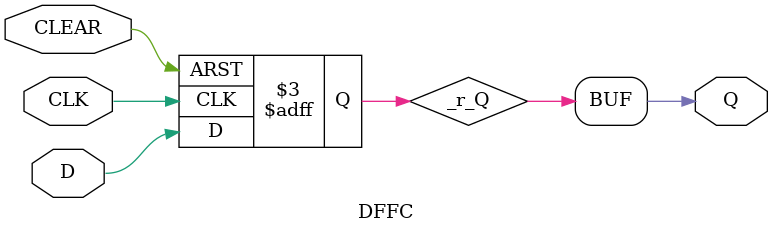
<source format=v>
`ifdef verilator3
`else
`timescale 1 ps / 1 ps
`endif

module DFFC
#(
    parameter INIT = 1'b0
)
(
    input  CLEAR,
    input  CLK,
    input  D,
    output Q
);

    reg _r_Q;

    initial begin
        _r_Q = INIT;
    end

    always @(posedge CLEAR or posedge CLK) begin
    
        if (CLEAR) begin
            _r_Q <= 1'b0;
        end
        else begin
            _r_Q <= D;
        end
    end

    assign Q = _r_Q;

endmodule

</source>
